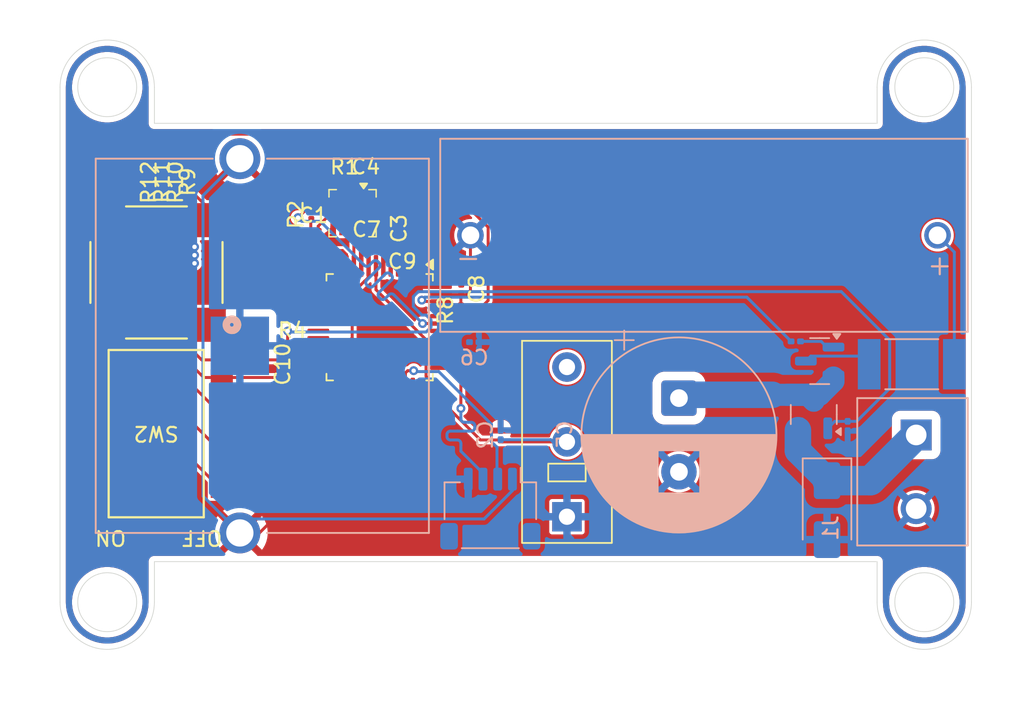
<source format=kicad_pcb>
(kicad_pcb (version 20241229) (generator "pcbnew") (generator_version "9.0")
  (layers (0 "F.Cu" signal) (2 "B.Cu" signal) (13 "F.Paste" user) (15 "B.Paste" user) (5 "F.SilkS" user "F.Silkscreen") (7 "B.SilkS" user "B.Silkscreen") (1 "F.Mask" user) (3 "B.Mask" user) (25 "Edge.Cuts" user))
  (net 0 "")
  (net 1 "+3.3V")
  (net 2 "+3.3VA")
  (net 10 "/SWCLK")
  (net 11 "/SWDIO")
  (net 12 "GND")
  (net 38 "/12v_C5")
  (net 39 "/12v_OUT")
  (net 40 "/12v_R7")
  (net 41 "/12v")
  (net 42 "/BUZ_PWM")
  (net 43 "/GPIO_WKP")
  (net 44 "/I2C_SCL")
  (net 45 "/I2C_SDA")
  (net 46 "/BOOT0")
  (net 47 "/M_PB12")
  (net 48 "/M_PB13")
  (net 49 "/M_PB14")
  (net 50 "/M_PB15")
  (net 51 "/NRST")
  (net 52 "/Charge")
  (net 53 "/Activate")
  (net 54 "/Q1_1")
  (net 55 "/Q2_1")
  (footprint "Resistor_SMD:R_0201_0603Metric" (layer "F.Cu") (at 123.7 97.07 -90)
    (property "Reference" "R6" (hide yes))
    (property "Value" "10k")
  )
  (footprint "Resistor_SMD:R_0201_0603Metric" (layer "F.Cu") (at 113.105 79.9)
    (property "Reference" "R1")
    (property "Value" "10k")
  )
  (footprint "Resistor_SMD:R_0201_0603Metric" (layer "F.Cu") (at 99.675 79.875 -90)
    (property "Reference" "R11")
    (property "Value" "10k")
  )
  (footprint "Capacitor_SMD:C_0201_0603Metric" (layer "F.Cu") (at 111 83.2)
    (property "Reference" "C1")
    (property "Value" "10u")
  )
  (footprint "Resistor_SMD:R_0201_0603Metric" (layer "F.Cu") (at 110.85 82.095 90)
    (property "Reference" "R2")
    (property "Value" "10k")
  )
  (footprint "Resistor_SMD:R_0201_0603Metric" (layer "F.Cu") (at 109.563 90.997)
    (property "Reference" "R4")
    (property "Value" "120R")
  )
  (footprint "Capacitor_SMD:C_0201_0603Metric" (layer "F.Cu") (at 118 95.9 90)
    (property "Reference" "C11" (hide yes))
    (property "Value" "10n")
  )
  (footprint "IMP_LIB:SW_A6S-4101-H_OMR" (layer "F.Cu") (at 100.324999 96.96 180)
    (property "Reference" "SW2")
    (property "Value" "SW_DIP_x04")
  )
  (footprint "IMP_LIB:MLT-8530_JHE" (layer "F.Cu") (at 100.3414 86.02295 180)
    (property "Reference" "BZ1" (hide yes))
    (property "Value" "MLT-8530")
  )
  (footprint "Resistor_SMD:R_0201_0603Metric" (layer "F.Cu") (at 98.775 79.9 -90)
    (property "Reference" "R12")
    (property "Value" "10k")
  )
  (footprint "Resistor_SMD:R_0201_0603Metric" (layer "F.Cu") (at 121 88.595 90)
    (property "Reference" "R8")
    (property "Value" "10k")
  )
  (footprint "Capacitor_SMD:C_0201_0603Metric" (layer "F.Cu") (at 117.025 84.225 180)
    (property "Reference" "C9")
    (property "Value" "100nf")
  )
  (footprint "Capacitor_SMD:C_0201_0603Metric" (layer "F.Cu") (at 115.75 83.045 -90)
    (property "Reference" "C3")
    (property "Value" "100nf")
  )
  (footprint "Capacitor_SMD:C_0201_0603Metric" (layer "F.Cu") (at 117.3 95.9 90)
    (property "Reference" "C12" (hide yes))
    (property "Value" "1u")
  )
  (footprint "Resistor_SMD:R_0201_0603Metric" (layer "F.Cu") (at 100.575 79.9 -90)
    (property "Reference" "R10")
    (property "Value" "10k")
  )
  (footprint "Package_QFP:LQFP-48_7x7mm_P0.5mm" (layer "F.Cu") (at 115.488 89.738 -90)
    (property "Reference" "U1" (hide yes))
    (property "Value" "STM32L051C8T6")
  )
  (footprint "Capacitor_SMD:C_0201_0603Metric" (layer "F.Cu") (at 115.8 95.9 -90)
    (property "Reference" "C13" (hide yes))
    (property "Value" "1u")
  )
  (footprint "Package_LGA:LGA-16_3x3mm_P0.5mm" (layer "F.Cu") (at 113.65 82 -90)
    (property "Reference" "CR1" (hide yes))
    (property "Value" "LIS3DH")
  )
  (footprint "Inductor_SMD:L_0201_0603Metric" (layer "F.Cu") (at 116.55 95.9 -90)
    (property "Reference" "FB1" (hide yes))
    (property "Value" "120R")
  )
  (footprint "Button_Switch_THT:SW_XKB_DM1-16UP-1" (layer "F.Cu") (at 128.2 102.6 90)
    (property "Reference" "SW1" (hide yes))
    (property "Value" "SW_DPST_x2" (hide yes))
  )
  (footprint "Capacitor_SMD:C_0201_0603Metric" (layer "F.Cu") (at 121.025 87.145 -90)
    (property "Reference" "C8")
    (property "Value" "100nf")
  )
  (footprint "Resistor_SMD:R_0201_0603Metric" (layer "F.Cu") (at 101.4 79.875 -90)
    (property "Reference" "R9")
    (property "Value" "10k")
  )
  (footprint "Capacitor_SMD:C_0201_0603Metric" (layer "F.Cu") (at 109.95 92.245 90)
    (property "Reference" "C10")
    (property "Value" "100nf")
  )
  (footprint "Capacitor_SMD:C_0201_0603Metric" (layer "F.Cu") (at 114.545 79.9)
    (property "Reference" "C4")
    (property "Value" "100nf")
  )
  (footprint "Capacitor_SMD:C_0201_0603Metric" (layer "F.Cu") (at 114.6 84.15)
    (property "Reference" "C7")
    (property "Value" "100nf")
  )
  (footprint "Package_TO_SOT_SMD:SOT-23" (layer "B.Cu") (at 145.35 92.0375 180)
    (property "Reference" "Q1" (hide yes))
    (property "Value" "BC847" (hide yes))
  )
  (footprint "Diode_SMD:D_SMA" (layer "B.Cu") (at 145.85 102.15 -90)
    (property "Reference" "D1" (hide yes))
    (property "Value" "1N5824" (hide yes))
  )
  (footprint "Capacitor_THT:CP_Radial_D13.0mm_P5.00mm" (layer "B.Cu") (at 135.8 94.55 -90)
    (property "Reference" "C5")
    (property "Value" "3300u" (hide yes))
  )
  (footprint "Resistor_SMD:R_0201_0603Metric" (layer "B.Cu") (at 147.25 96.445 90)
    (property "Reference" "R5" (hide yes))
    (property "Value" "10k")
  )
  (footprint "Package_TO_SOT_SMD:SOT-23" (layer "B.Cu") (at 144.95 95.6625 90)
    (property "Reference" "Q2" (hide yes))
    (property "Value" "AO3400A" (hide yes))
  )
  (footprint "Connector_JST:JST_SH_SM04B-SRSS-TB_1x04-1MP_P1.00mm_Horizontal" (layer "B.Cu") (at 123 102.05 180)
    (property "Reference" "J2" (hide yes))
    (property "Value" "Holes")
  )
  (footprint "IMP_LIB:HANDSON_KF301-2P" (layer "B.Cu") (at 151.9 99.55 -90)
    (property "Reference" "J1")
    (property "Value" "KF301")
  )
  (footprint "IMP_LIB:RESC6432X90N" (layer "B.Cu") (at 151.6 92.25 180)
    (property "Reference" "R7" (hide yes))
    (property "Value" "240R")
  )
  (footprint "Resistor_SMD:R_0201_0603Metric" (layer "B.Cu") (at 143.73 90.7 180)
    (property "Reference" "R3" (hide yes))
    (property "Value" "120R" (hide yes))
  )
  (footprint "IMP_LIB:BAT_3009" (layer "B.Cu") (at 106 91 90)
    (property "Reference" "BT2" (hide yes))
    (property "Value" "CR2450" (hide yes))
  )
  (footprint "IMP_LIB:BAT_BH23APC" (layer "B.Cu") (at 137.5 83.5 180)
    (property "Reference" "BT1" (hide yes))
    (property "Value" "MN21" (hide yes))
  )
  (footprint "Capacitor_SMD:C_0201_0603Metric" (layer "B.Cu") (at 123.7 97.05 -90)
    (property "Reference" "C2")
    (property "Value" "100nf")
  )
  (footprint "Capacitor_SMD:C_0201_0603Metric" (layer "B.Cu") (at 121.905 90.75)
    (property "Reference" "C6")
    (property "Value" "10u")
  )
  (gr_line (start 149.25 108.4) (end 149.25 105.65) (stroke (width 0.05)) (layer "Edge.Cuts"))
  (gr_line (start 93.8 73.45) (end 93.8 108.4) (stroke (width 0.05)) (layer "Edge.Cuts"))
  (gr_arc (start 155.65 108.4) (mid 152.45 111.6) (end 149.25 108.4) (stroke (width 0.05)) (layer "Edge.Cuts"))
  (gr_line (start 149.25 105.65) (end 100.2 105.65) (stroke (width 0.05)) (layer "Edge.Cuts"))
  (gr_line (start 100.2 73.45) (end 100.2 75.9) (stroke (width 0.05)) (layer "Edge.Cuts"))
  (gr_arc (start 93.8 73.45) (mid 97 70.25) (end 100.2 73.45) (stroke (width 0.05)) (layer "Edge.Cuts"))
  (gr_line (start 149.25 75.9) (end 100.2 75.9) (stroke (width 0.05)) (layer "Edge.Cuts"))
  (gr_circle (center 97 108.4) (end 97 106.4) (stroke (width 0.05)) (fill no) (layer "Edge.Cuts"))
  (gr_circle (center 97 73.45) (end 97 71.45) (stroke (width 0.05)) (fill no) (layer "Edge.Cuts"))
  (gr_circle (center 152.45 108.4) (end 152.45 110.4) (stroke (width 0.05)) (fill no) (layer "Edge.Cuts"))
  (gr_line (start 155.65 108.4) (end 155.65 73.45) (stroke (width 0.05)) (layer "Edge.Cuts"))
  (gr_circle (center 152.45 73.45) (end 152.45 71.45) (stroke (width 0.05)) (fill no) (layer "Edge.Cuts"))
  (gr_arc (start 149.25 73.45) (mid 152.45 70.25) (end 155.65 73.45) (stroke (width 0.05)) (layer "Edge.Cuts"))
  (gr_line (start 100.2 105.65) (end 100.2 108.4) (stroke (width 0.05)) (layer "Edge.Cuts"))
  (gr_line (start 149.25 73.45) (end 149.25 75.9) (stroke (width 0.05)) (layer "Edge.Cuts"))
  (gr_arc (start 100.2 108.4) (mid 97 111.6) (end 93.8 108.4) (stroke (width 0.05)) (layer "Edge.Cuts"))
  (segment (start 114.238 85.5755) (end 114.224 85.5615) (width 0.2) (layer "F.Cu") (net 1))
  (segment (start 110.814 83.066) (end 110.68 83.2) (width 0.2) (layer "F.Cu") (net 1))
  (segment (start 114.225 80) (end 114.3 80.075) (width 0.2) (layer "F.Cu") (net 1))
  (segment (start 112.238 82.9) (end 112.238 83.046516) (width 0.2) (layer "F.Cu") (net 1))
  (segment (start 115.8 95.58) (end 115.448 95.58) (width 0.2) (layer "F.Cu") (net 1))
  (segment (start 115.8 95.58) (end 116.55 95.58) (width 0.2) (layer "F.Cu") (net 1))
  (segment (start 111.2875 92.526) (end 110.025 92.526) (width 0.2) (layer "F.Cu") (net 1))
  (segment (start 111.608516 83.676) (end 110.976 83.676) (width 0.2) (layer "F.Cu") (net 1))
  (segment (start 115.275 82.25) (end 114.925 82.25) (width 0.2) (layer "F.Cu") (net 1))
  (segment (start 117.658824 84.225) (end 118.238 84.804176) (width 0.2) (layer "F.Cu") (net 1))
  (segment (start 111.3255 92.488) (end 111.2875 92.526) (width 0.2) (layer "F.Cu") (net 1))
  (segment (start 110.85 82.415) (end 110.814 82.451) (width 0.2) (layer "F.Cu") (net 1))
  (segment (start 110.976 83.676) (end 110.68 83.38) (width 0.2) (layer "F.Cu") (net 1))
  (segment (start 114.224 85.5615) (end 114.224 84.25) (width 0.2) (layer "F.Cu") (net 1))
  (segment (start 110.814 82.451) (end 110.814 83.066) (width 0.2) (layer "F.Cu") (net 1))
  (segment (start 117.275 84.225) (end 117.658824 84.225) (width 0.2) (layer "F.Cu") (net 1))
  (segment (start 114.263 80.063) (end 114.25 80.05) (width 0.2) (layer "F.Cu") (net 1))
  (segment (start 113.425 80) (end 114.225 80) (width 0.2) (layer "F.Cu") (net 1))
  (segment (start 107.328 103.7) (end 106 103.7) (width 0.2) (layer "F.Cu") (net 1))
  (segment (start 115.448 95.58) (end 107.328 103.7) (width 0.2) (layer "F.Cu") (net 1))
  (segment (start 110.68 83.38) (end 110.68 83.2) (width 0.2) (layer "F.Cu") (net 1))
  (segment (start 115.75 82.725) (end 115.275 82.25) (width 0.2) (layer "F.Cu") (net 1))
  (segment (start 112.238 83.046516) (end 111.608516 83.676) (width 0.2) (layer "F.Cu") (net 1))
  (segment (start 118.238 84.804176) (end 118.238 85.5755) (width 0.2) (layer "F.Cu") (net 1))
  (segment (start 103.5 80.8) (end 103.5 101.2) (width 0.2) (layer "B.Cu") (net 1))
  (segment (start 106.95 102.75) (end 106 103.7) (width 0.2) (layer "B.Cu") (net 1))
  (segment (start 106 78.3) (end 103.5 80.8) (width 0.2) (layer "B.Cu") (net 1))
  (segment (start 124.5 100.05) (end 124.5 100.824999) (width 0.2) (layer "B.Cu") (net 1))
  (segment (start 122.574999 102.75) (end 106.95 102.75) (width 0.2) (layer "B.Cu") (net 1))
  (segment (start 106 103.7) (end 103.5 101.2) (width 0.2) (layer "B.Cu") (net 1))
  (segment (start 124.5 100.824999) (end 122.574999 102.75) (width 0.2) (layer "B.Cu") (net 1))
  (segment (start 118.124516 96.22) (end 118.476 95.868516) (width 0.2) (layer "F.Cu") (net 2))
  (segment (start 118 96.22) (end 118.124516 96.22) (width 0.2) (layer "F.Cu") (net 2))
  (segment (start 116.55 96.22) (end 118 96.22) (width 0.2) (layer "F.Cu") (net 2))
  (segment (start 118.476 94.1385) (end 118.238 93.9005) (width 0.2) (layer "F.Cu") (net 2))
  (segment (start 118.476 95.868516) (end 118.476 94.1385) (width 0.2) (layer "F.Cu") (net 2))
  (segment (start 121.000707 92.950707) (end 120.538 92.488) (width 0.2) (layer "F.Cu") (net 10))
  (segment (start 120.538 92.488) (end 119.6505 92.488) (width 0.2) (layer "F.Cu") (net 10))
  (segment (start 121.000707 95.249293) (end 121.000707 92.950707) (width 0.2) (layer "F.Cu") (net 10))
  (via (at 121.000707 95.249293) (size 0.6) (drill 0.3) (layers "F.Cu" "B.Cu") (net 10))
  (segment (start 120.055395 97.03) (end 120.055395 97.15) (width 0.2) (layer "B.Cu") (net 10))
  (segment (start 120.760707 96.79) (end 120.295395 96.79) (width 0.2) (layer "B.Cu") (net 10))
  (segment (start 121.000707 98.150707) (end 122.5 99.65) (width 0.2) (layer "B.Cu") (net 10))
  (segment (start 121.000707 95.249293) (end 121.000707 95.95) (width 0.2) (layer "B.Cu") (net 10))
  (segment (start 121.706019 96.79) (end 121.240707 96.79) (width 0.2) (layer "B.Cu") (net 10))
  (segment (start 120.295395 97.39) (end 120.760707 97.39) (width 0.2) (layer "B.Cu") (net 10))
  (segment (start 121.946019 96.43) (end 121.946019 96.55) (width 0.2) (layer "B.Cu") (net 10))
  (segment (start 121.240707 96.79) (end 120.760707 96.79) (width 0.2) (layer "B.Cu") (net 10))
  (segment (start 122.5 99.65) (end 122.5 100.05) (width 0.2) (layer "B.Cu") (net 10))
  (segment (start 121.240707 96.19) (end 121.706019 96.19) (width 0.2) (layer "B.Cu") (net 10))
  (segment (start 121.000707 97.75) (end 121.000707 98.150707) (width 0.2) (layer "B.Cu") (net 10))
  (segment (start 121.000707 97.63) (end 121.000707 97.75) (width 0.2) (layer "B.Cu") (net 10))
  (arc (start 121.706019 96.19) (mid 121.875725 96.260294) (end 121.946019 96.43) (width 0.2) (layer "B.Cu") (net 10))
  (arc (start 121.946019 96.55) (mid 121.875725 96.719706) (end 121.706019 96.79) (width 0.2) (layer "B.Cu") (net 10))
  (arc (start 120.760707 97.39) (mid 120.930413 97.460294) (end 121.000707 97.63) (width 0.2) (layer "B.Cu") (net 10))
  (arc (start 120.295395 96.79) (mid 120.125689 96.860294) (end 120.055395 97.03) (width 0.2) (layer "B.Cu") (net 10))
  (arc (start 120.055395 97.15) (mid 120.125689 97.319706) (end 120.295395 97.39) (width 0.2) (layer "B.Cu") (net 10))
  (arc (start 121.000707 95.95) (mid 121.071001 96.119706) (end 121.240707 96.19) (width 0.2) (layer "B.Cu") (net 10))
  (segment (start 117.388 92.688) (end 117.238 92.838) (width 0.2) (layer "F.Cu") (net 11))
  (segment (start 117.796968 92.688) (end 117.388 92.688) (width 0.2) (layer "F.Cu") (net 11))
  (segment (start 117.238 92.838) (end 117.238 93.9005) (width 0.2) (layer "F.Cu") (net 11))
  (via (at 117.796968 92.688) (size 0.6) (drill 0.3) (layers "F.Cu" "B.Cu") (net 11))
  (segment (start 119.5 92.75) (end 123.076 96.326) (width 0.2) (layer "B.Cu") (net 11))
  (segment (start 123.208516 97.658516) (end 123.224 97.658516) (width 0.2) (layer "B.Cu") (net 11))
  (segment (start 123.076 97.526) (end 123.208516 97.658516) (width 0.2) (layer "B.Cu") (net 11))
  (segment (start 123.45 97.876) (end 123.45 100) (width 0.2) (layer "B.Cu") (net 11))
  (segment (start 117.858968 92.75) (end 119.5 92.75) (width 0.2) (layer "B.Cu") (net 11))
  (segment (start 123.076 96.326) (end 123.076 97.526) (width 0.2) (layer "B.Cu") (net 11))
  (segment (start 117.796968 92.688) (end 117.858968 92.75) (width 0.2) (layer "B.Cu") (net 11))
  (segment (start 123.441484 97.876) (end 123.45 97.876) (width 0.2) (layer "B.Cu") (net 11))
  (segment (start 123.224 97.658516) (end 123.441484 97.876) (width 0.2) (layer "B.Cu") (net 11))
  (segment (start 123.45 100) (end 123.5 100.05) (width 0.2) (layer "B.Cu") (net 11))
  (segment (start 116.775 84.225) (end 116.775 83.925) (width 0.2) (layer "F.Cu") (net 12))
  (segment (start 121 87.49) (end 121.025 87.465) (width 0.2) (layer "F.Cu") (net 12))
  (segment (start 98.8 79.625) (end 101.4 79.625) (width 0.2) (layer "F.Cu") (net 12))
  (segment (start 116.775 83.925) (end 116.275 83.425) (width 0.2) (layer "F.Cu") (net 12))
  (segment (start 101.4 79.625) (end 104.3885 76.6365) (width 0.2) (layer "F.Cu") (net 12))
  (segment (start 113.625 87.45) (end 114.461 86.614) (width 0.2) (layer "F.Cu") (net 12))
  (segment (start 101.825 79.625) (end 103.891401 81.691401) (width 0.2) (layer "F.Cu") (net 12))
  (segment (start 102.925 85.4) (end 102.925 84.285584) (width 0.2) (layer "F.Cu") (net 12))
  (segment (start 111.3255 91.988) (end 110.062 91.988) (width 0.2) (layer "F.Cu") (net 12))
  (segment (start 113.625 90.459824) (end 113.625 87.45) (width 0.2) (layer "F.Cu") (net 12))
  (segment (start 111.32 83.2) (end 111.32 82.878) (width 0.2) (layer "F.Cu") (net 12))
  (segment (start 116.275 83.425) (end 115.187 83.425) (width 0.2) (layer "F.Cu") (net 12))
  (segment (start 112.375 81.25) (end 111.85 81.25) (width 0.2) (layer "F.Cu") (net 12))
  (segment (start 114.738 84.531999) (end 114.738 85.5755) (width 0.2) (layer "F.Cu") (net 12))
  (segment (start 111.85 81.25) (end 107.2365 76.6365) (width 0.2) (layer "F.Cu") (net 12))
  (segment (start 104.3885 76.6365) (end 107.2365 76.6365) (width 0.2) (layer "F.Cu") (net 12))
  (segment (start 114.92 83.795) (end 114.4 83.275) (width 0.2) (layer "F.Cu") (net 12))
  (segment (start 121.375 87.525) (end 121.65 87.25) (width 0.2) (layer "F.Cu") (net 12))
  (segment (start 98.775 79.65) (end 98.8 79.625) (width 0.2) (layer "F.Cu") (net 12))
  (segment (start 103.41005 91.955) (end 110 91.955) (width 0.2) (layer "F.Cu") (net 12))
  (segment (start 114.92 84.349999) (end 114.738 84.531999) (width 0.2) (layer "F.Cu") (net 12))
  (segment (start 103.227051 82.472949) (end 103.891401 82.472949) (width 0.2) (layer "F.Cu") (net 12))
  (segment (start 101.4 79.625) (end 101.825 79.625) (width 0.2) (layer "F.Cu") (net 12))
  (segment (start 114.461 86.614) (end 114.470824 86.614) (width 0.2) (layer "F.Cu") (net 12))
  (segment (start 116.75 84.25) (end 116.775 84.225) (width 0.2) (layer "F.Cu") (net 12))
  (segment (start 111.948 82.25) (end 112.375 82.25) (width 0.2) (layer "F.Cu") (net 12))
  (segment (start 121.025 88.151) (end 121.013 88.163) (width 0.2) (layer "F.Cu") (net 12))
  (segment (start 102.459701 91.004651) (end 103.41005 91.955) (width 0.2) (layer "F.Cu") (net 12))
  (segment (start 111.32 82.878) (end 111.948 82.25) (width 0.2) (layer "F.Cu") (net 12))
  (segment (start 102.459701 85.865299) (end 102.459701 91.004651) (width 0.2) (layer "F.Cu") (net 12))
  (segment (start 114.470824 86.614) (end 114.689 86.395824) (width 0.2) (layer "F.Cu") (net 12))
  (segment (start 103.891401 81.691401) (end 103.891401 82.472949) (width 0.2) (layer "F.Cu") (net 12))
  (segment (start 114.689 86.386) (end 114.738 86.337) (width 0.2) (layer "F.Cu") (net 12))
  (segment (start 114.92 83.692) (end 114.92 84.15) (width 0.2) (layer "F.Cu") (net 12))
  (segment (start 121.65 87.25) (end 121.65 83.5) (width 0.2) (layer "F.Cu") (net 12))
  (segment (start 102.925 84.285584) (end 102.925 83.43935) (width 0.2) (layer "F.Cu") (net 12))
  (segment (start 119.6875 87.525) (end 119.6505 87.488) (width 0.2) (layer "F.Cu") (net 12))
  (segment (start 111.3255 91.988) (end 112.096824 91.988) (width 0.2) (layer "F.Cu") (net 12))
  (segment (start 115.187 83.425) (end 114.92 83.692) (width 0.2) (layer "F.Cu") (net 12))
  (segment (start 121.025 87.525) (end 119.6875 87.525) (width 0.2) (layer "F.Cu") (net 12))
  (segment (start 102.925 83.43935) (end 103.891401 82.472949) (width 0.2) (layer "F.Cu") (net 12))
  (segment (start 102.925 85.4) (end 102.459701 85.865299) (width 0.2) (layer "F.Cu") (net 12))
  (segment (start 112.096824 91.988) (end 113.625 90.459824) (width 0.2) (layer "F.Cu") (net 12))
  (segment (start 121.025 87.525) (end 121.375 87.525) (width 0.2) (layer "F.Cu") (net 12))
  (segment (start 114.92 84.15) (end 114.92 84.349999) (width 0.2) (layer "F.Cu") (net 12))
  (segment (start 121 88.275) (end 121 87.49) (width 0.2) (layer "F.Cu") (net 12))
  (segment (start 117.689 94.262) (end 117.738 94.213) (width 0.2) (layer "F.Cu") (net 12))
  (segment (start 114.689 86.395824) (end 114.689 86.386) (width 0.2) (layer "F.Cu") (net 12))
  (segment (start 114.92 84.15) (end 114.92 83.795) (width 0.2) (layer "F.Cu") (net 12))
  (segment (start 117.738 94.213) (end 117.738 93.9005) (width 0.2) (layer "F.Cu") (net 12))
  (segment (start 114.738 86.337) (end 114.738 85.5755) (width 0.2) (layer "F.Cu") (net 12))
  (segment (start 110.062 91.988) (end 110.025 92.025) (width 0.2) (layer "F.Cu") (net 12))
  (via (at 102.925 84.285584) (size 0.6) (drill 0.3) (layers "F.Cu" "B.Cu") (net 12))
  (via (at 102.925 84.85) (size 0.6) (drill 0.3) (layers "F.Cu" "B.Cu") (net 12))
  (via (at 102.925 85.4) (size 0.6) (drill 0.3) (layers "F.Cu" "B.Cu") (net 12))
  (segment (start 102.925 84.85) (end 102.925 84.285584) (width 0.2) (layer "B.Cu") (net 12))
  (segment (start 128.590215 104.075) (end 126.475 101.959785) (width 0.2) (layer "B.Cu") (net 12))
  (segment (start 150.149 95.299) (end 153.651 95.299) (width 0.2) (layer "B.Cu") (net 12))
  (segment (start 153.651 95.299) (end 153.651 100.299) (width 0.2) (layer "B.Cu") (net 12))
  (segment (start 148.678 96.77) (end 150.149 95.299) (width 0.2) (layer "B.Cu") (net 12))
  (segment (start 153.651 100.299) (end 151.9 102.05) (width 0.2) (layer "B.Cu") (net 12))
  (segment (start 147.25 96.77) (end 148.678 96.77) (width 0.2) (layer "B.Cu") (net 12))
  (segment (start 146.2875 93.3875) (end 146.2875 93.151) (width 1.5) (layer "B.Cu") (net 38))
  (segment (start 136.025238 94.324762) (end 142.15 94.324762) (width 1.8) (layer "B.Cu") (net 38))
  (segment (start 135.8 94.55) (end 136.025238 94.324762) (width 1.8) (layer "B.Cu") (net 38))
  (segment (start 144.549762 94.324762) (end 144.95 94.725) (width 1.5) (layer "B.Cu") (net 38))
  (segment (start 145.350238 94.324762) (end 146.2875 93.3875) (width 1.5) (layer "B.Cu") (net 38))
  (segment (start 143.15 94.324762) (end 145.350238 94.324762) (width 1.5) (layer "B.Cu") (net 38))
  (segment (start 142.15 94.324762) (end 144.549762 94.324762) (width 1.5) (layer "B.Cu") (net 38))
  (segment (start 145.85 100.15) (end 148.8 100.15) (width 2) (layer "B.Cu") (net 39))
  (segment (start 148.8 100.15) (end 151.9 97.05) (width 2) (layer "B.Cu") (net 39))
  (segment (start 145.85 100.1) (end 143.874238 98.124238) (width 1.8) (layer "B.Cu") (net 39))
  (segment (start 145.85 100.15) (end 145.85 100.1) (width 1.8) (layer "B.Cu") (net 39))
  (segment (start 143.874238 98.124238) (end 143.874238 96.725762) (width 1.8) (layer "B.Cu") (net 39))
  (segment (start 144.4125 92.0375) (end 144.75 91.7) (width 0.2) (layer "B.Cu") (net 40))
  (segment (start 148.31 91.7) (end 148.86 92.25) (width 0.2) (layer "B.Cu") (net 40))
  (segment (start 144.75 91.7) (end 148.31 91.7) (width 0.2) (layer "B.Cu") (net 40))
  (segment (start 154.49 84.64) (end 154.49 92.25) (width 0.2) (layer "B.Cu") (net 41))
  (segment (start 153.35 83.5) (end 154.49 84.64) (width 0.2) (layer "B.Cu") (net 41))
  (segment (start 108.927352 84.537) (end 103.891401 89.572951) (width 0.2) (layer "F.Cu") (net 42))
  (segment (start 113.238 84.804176) (end 112.970824 84.537) (width 0.2) (layer "F.Cu") (net 42))
  (segment (start 113.238 85.5755) (end 113.238 84.804176) (width 0.2) (layer "F.Cu") (net 42))
  (segment (start 112.970824 84.537) (end 108.927352 84.537) (width 0.2) (layer "F.Cu") (net 42))
  (segment (start 113.738 83.776) (end 113.9 83.614) (width 0.2) (layer "F.Cu") (net 43))
  (segment (start 113.724 85.5615) (end 113.738 85.5755) (width 0.2) (layer "F.Cu") (net 43))
  (segment (start 113.738 85.5755) (end 113.738 83.776) (width 0.2) (layer "F.Cu") (net 43))
  (segment (start 113.9 83.614) (end 113.9 83.275) (width 0.2) (layer "F.Cu") (net 43))
  (segment (start 112.785 79.765) (end 112.785 79.715) (width 0.2) (layer "F.Cu") (net 44))
  (segment (start 117.74 80.127943) (end 117.74 79.64) (width 0.2) (layer "F.Cu") (net 44))
  (segment (start 117.38 80.367943) (end 117.5 80.367943) (width 0.2) (layer "F.Cu") (net 44))
  (segment (start 112.785 79.715) (end 113.1 79.4) (width 0.2) (layer "F.Cu") (net 44))
  (segment (start 116.78 78.432081) (end 116.9 78.432081) (width 0.2) (layer "F.Cu") (net 44))
  (segment (start 122.851 87.925) (end 120.788 89.988) (width 0.2) (layer "F.Cu") (net 44))
  (segment (start 117.14 79.64) (end 117.14 80.127943) (width 0.2) (layer "F.Cu") (net 44))
  (segment (start 112.9 80.015) (end 112.785 79.9) (width 0.2) (layer "F.Cu") (net 44))
  (segment (start 112.9 80.725) (end 112.9 80.015) (width 0.2) (layer "F.Cu") (net 44))
  (segment (start 122.851 86.027077) (end 122.851 87.925) (width 0.2) (layer "F.Cu") (net 44))
  (segment (start 113.1 79.4) (end 116.3 79.4) (width 0.2) (layer "F.Cu") (net 44))
  (segment (start 116.54 79.16) (end 116.54 78.672081) (width 0.2) (layer "F.Cu") (net 44))
  (segment (start 117.14 78.672081) (end 117.14 79.16) (width 0.2) (layer "F.Cu") (net 44))
  (segment (start 122.851 85.915612) (end 122.851 86.027077) (width 0.2) (layer "F.Cu") (net 44))
  (segment (start 117.98 79.4) (end 118.1 79.4) (width 0.2) (layer "F.Cu") (net 44))
  (segment (start 121.393004 81.493004) (end 122.851 82.951) (width 0.2) (layer "F.Cu") (net 44))
  (segment (start 122.851 82.951) (end 122.851 85.202234) (width 0.2) (layer "F.Cu") (net 44))
  (segment (start 117.14 79.16) (end 117.14 79.64) (width 0.2) (layer "F.Cu") (net 44))
  (segment (start 119.3 79.4) (end 121.393004 81.493004) (width 0.2) (layer "F.Cu") (net 44))
  (segment (start 120.788 89.988) (end 119.6505 89.988) (width 0.2) (layer "F.Cu") (net 44))
  (segment (start 122.851 85.202234) (end 122.851 85.915612) (width 0.2) (layer "F.Cu") (net 44))
  (segment (start 118.1 79.4) (end 119.3 79.4) (width 0.2) (layer "F.Cu") (net 44))
  (arc (start 116.54 78.672081) (mid 116.610294 78.502375) (end 116.78 78.432081) (width 0.2) (layer "F.Cu") (net 44))
  (arc (start 116.3 79.4) (mid 116.469706 79.329706) (end 116.54 79.16) (width 0.2) (layer "F.Cu") (net 44))
  (arc (start 116.9 78.432081) (mid 117.069706 78.502375) (end 117.14 78.672081) (width 0.2) (layer "F.Cu") (net 44))
  (arc (start 117.5 80.367943) (mid 117.669706 80.297649) (end 117.74 80.127943) (width 0.2) (layer "F.Cu") (net 44))
  (arc (start 117.14 80.127943) (mid 117.210294 80.297649) (end 117.38 80.367943) (width 0.2) (layer "F.Cu") (net 44))
  (arc (start 117.74 79.64) (mid 117.810294 79.470294) (end 117.98 79.4) (width 0.2) (layer "F.Cu") (net 44))
  (segment (start 112.358256 81.775) (end 112.359256 81.776) (width 0.2) (layer "F.Cu") (net 45))
  (segment (start 118.4 89.488) (end 119.6505 89.488) (width 0.2) (layer "F.Cu") (net 45))
  (segment (start 110.85 81.775) (end 112.358256 81.775) (width 0.2) (layer "F.Cu") (net 45))
  (segment (start 110.475 81.775) (end 110.85 81.775) (width 0.2) (layer "F.Cu") (net 45))
  (segment (start 110.851 81.874) (end 110.85 81.875) (width 0.2) (layer "F.Cu") (net 45))
  (segment (start 109.95 82.3) (end 110.475 81.775) (width 0.2) (layer "F.Cu") (net 45))
  (via (at 118.4 89.488) (size 0.6) (drill 0.3) (layers "F.Cu" "B.Cu") (net 45))
  (via (at 109.95 82.3) (size 0.6) (drill 0.3) (layers "F.Cu" "B.Cu") (net 45))
  (segment (start 116.535963 87.623963) (end 118.4 89.488) (width 0.2) (layer "B.Cu") (net 45))
  (segment (start 115.867557 87.791737) (end 116.11877 87.540523) (width 0.2) (layer "B.Cu") (net 45))
  (segment (start 115.868455 86.956455) (end 115.701577 87.123332) (width 0.2) (layer "B.Cu") (net 45))
  (segment (start 115.450364 87.708299) (end 115.533802 87.791737) (width 0.2) (layer "B.Cu") (net 45))
  (segment (start 114.615979 86.873914) (end 114.699417 86.957352) (width 0.2) (layer "B.Cu") (net 45))
  (segment (start 116.20309 86.121189) (end 116.286528 86.204627) (width 0.2) (layer "B.Cu") (net 45))
  (segment (start 114.783754 85.538) (end 115.034951 85.286804) (width 0.2) (layer "B.Cu") (net 45))
  (segment (start 115.03407 86.12207) (end 114.615979 86.54016) (width 0.2) (layer "B.Cu") (net 45))
  (segment (start 115.868454 86.956455) (end 115.868455 86.956455) (width 0.2) (layer "B.Cu") (net 45))
  (segment (start 111.462 82.55) (end 114.45 85.538) (width 0.2) (layer "B.Cu") (net 45))
  (segment (start 109.95 82.3) (end 110.2 82.55) (width 0.2) (layer "B.Cu") (net 45))
  (segment (start 115.701577 87.123332) (end 115.450364 87.374545) (width 0.2) (layer "B.Cu") (net 45))
  (segment (start 115.033172 86.957352) (end 115.451262 86.539261) (width 0.2) (layer "B.Cu") (net 45))
  (segment (start 115.451262 86.539261) (end 115.451262 86.539262) (width 0.2) (layer "B.Cu") (net 45))
  (segment (start 115.200946 85.955193) (end 115.034069 86.12207) (width 0.2) (layer "B.Cu") (net 45))
  (segment (start 116.286527 86.538381) (end 115.868454 86.956455) (width 0.2) (layer "B.Cu") (net 45))
  (segment (start 115.452142 85.703996) (end 115.200946 85.955193) (width 0.2) (layer "B.Cu") (net 45))
  (segment (start 115.368705 85.286804) (end 115.452143 85.370242) (width 0.2) (layer "B.Cu") (net 45))
  (segment (start 115.034069 86.12207) (end 115.03407 86.12207) (width 0.2) (layer "B.Cu") (net 45))
  (segment (start 116.452524 87.540523) (end 116.535963 87.623963) (width 0.2) (layer "B.Cu") (net 45))
  (segment (start 115.451262 86.539262) (end 115.869334 86.121187) (width 0.2) (layer "B.Cu") (net 45))
  (segment (start 110.2 82.55) (end 111.462 82.55) (width 0.2) (layer "B.Cu") (net 45))
  (arc (start 114.45 85.538) (mid 114.616877 85.607123) (end 114.783754 85.538) (width 0.2) (layer "B.Cu") (net 45))
  (arc (start 114.615979 86.54016) (mid 114.546856 86.707037) (end 114.615979 86.873914) (width 0.2) (layer "B.Cu") (net 45))
  (arc (start 115.450364 87.374545) (mid 115.381241 87.541422) (end 115.450364 87.708299) (width 0.2) (layer "B.Cu") (net 45))
  (arc (start 115.034951 85.286804) (mid 115.201828 85.217681) (end 115.368705 85.286804) (width 0.2) (layer "B.Cu") (net 45))
  (arc (start 116.11877 87.540523) (mid 116.285647 87.4714) (end 116.452524 87.540523) (width 0.2) (layer "B.Cu") (net 45))
  (arc (start 115.869334 86.121187) (mid 116.036213 86.052066) (end 116.20309 86.121189) (width 0.2) (layer "B.Cu") (net 45))
  (arc (start 116.286528 86.204627) (mid 116.35565 86.371505) (end 116.286527 86.538381) (width 0.2) (layer "B.Cu") (net 45))
  (arc (start 114.699417 86.957352) (mid 114.866295 87.026474) (end 115.033172 86.957352) (width 0.2) (layer "B.Cu") (net 45))
  (arc (start 115.452143 85.370242) (mid 115.521265 85.53712) (end 115.452142 85.703996) (width 0.2) (layer "B.Cu") (net 45))
  (arc (start 115.533802 87.791737) (mid 115.70068 87.860859) (end 115.867557 87.791737) (width 0.2) (layer "B.Cu") (net 45))
  (segment (start 119.6505 88.988) (end 120.927 88.988) (width 0.2) (layer "F.Cu") (net 46))
  (segment (start 120.927 88.988) (end 121 88.915) (width 0.2) (layer "F.Cu") (net 46))
  (segment (start 112.525 93.15) (end 112.738 93.363) (width 0.2) (layer "F.Cu") (net 47))
  (segment (start 104.775 93.15) (end 112.525 93.15) (width 0.2) (layer "F.Cu") (net 47))
  (segment (start 103.55 93.15) (end 101.4 91) (width 0.2) (layer "F.Cu") (net 47))
  (segment (start 101.4 91) (end 101.4 80.125) (width 0.2) (layer "F.Cu") (net 47))
  (segment (start 104.775 93.15) (end 103.55 93.15) (width 0.2) (layer "F.Cu") (net 47))
  (segment (start 112.738 93.363) (end 112.738 93.9005) (width 0.2) (layer "F.Cu") (net 47))
  (segment (start 113.238 94.9199) (end 113.238 93.9005) (width 0.2) (layer "F.Cu") (net 48))
  (segment (start 100.575 91.49) (end 104.775 95.69) (width 0.2) (layer "F.Cu") (net 48))
  (segment (start 104.775 95.69) (end 112.4679 95.69) (width 0.2) (layer "F.Cu") (net 48))
  (segment (start 112.4679 95.69) (end 113.238 94.9199) (width 0.2) (layer "F.Cu") (net 48))
  (segment (start 100.575 80.15) (end 100.575 91.49) (width 0.2) (layer "F.Cu") (net 48))
  (segment (start 113.738 94.987) (end 113.738 93.9005) (width 0.2) (layer "F.Cu") (net 49))
  (segment (start 110.495 98.23) (end 113.738 94.987) (width 0.2) (layer "F.Cu") (net 49))
  (segment (start 99.675 80.125) (end 99.675 93.13) (width 0.2) (layer "F.Cu") (net 49))
  (segment (start 99.675 93.13) (end 104.775 98.23) (width 0.2) (layer "F.Cu") (net 49))
  (segment (start 104.775 98.23) (end 110.495 98.23) (width 0.2) (layer "F.Cu") (net 49))
  (segment (start 114.238 95.137) (end 114.238 93.9005) (width 0.2) (layer "F.Cu") (net 50))
  (segment (start 108.605 100.77) (end 114.238 95.137) (width 0.2) (layer "F.Cu") (net 50))
  (segment (start 104.775 100.77) (end 108.605 100.77) (width 0.2) (layer "F.Cu") (net 50))
  (segment (start 98.775 80.15) (end 98.775 94.77) (width 0.2) (layer "F.Cu") (net 50))
  (segment (start 98.775 94.77) (end 104.775 100.77) (width 0.2) (layer "F.Cu") (net 50))
  (segment (start 118.664 91.238532) (end 118.664 91.237468) (width 0.2) (layer "F.Cu") (net 51))
  (segment (start 118.637 93.063532) (end 118.637 92.265532) (width 0.2) (layer "F.Cu") (net 51))
  (segment (start 118.664 93.090532) (end 118.637 93.063532) (width 0.2) (layer "F.Cu") (net 51))
  (segment (start 118.664 91.737468) (end 118.637 91.710468) (width 0.2) (layer "F.Cu") (net 51))
  (segment (start 123.7 97.39) (end 122.326826 97.39) (width 0.2) (layer "F.Cu") (net 51))
  (segment (start 118.637 92.210468) (end 118.637 91.765532) (width 0.2) (layer "F.Cu") (net 51))
  (segment (start 122.326826 97.39) (end 118.664 93.727174) (width 0.2) (layer "F.Cu") (net 51))
  (segment (start 118.637 91.265532) (end 118.664 91.238532) (width 0.2) (layer "F.Cu") (net 51))
  (segment (start 118.664 90.738532) (end 118.664 90.737468) (width 0.2) (layer "F.Cu") (net 51))
  (segment (start 118.664 90.737468) (end 118.637 90.710468) (width 0.2) (layer "F.Cu") (net 51))
  (segment (start 123.83 97.52) (end 123.7 97.39) (width 0.2) (layer "F.Cu") (net 51))
  (segment (start 118.637 90.587) (end 115.238 87.188) (width 0.2) (layer "F.Cu") (net 51))
  (segment (start 118.637 90.710468) (end 118.637 90.587) (width 0.2) (layer "F.Cu") (net 51))
  (segment (start 118.664 91.738532) (end 118.664 91.737468) (width 0.2) (layer "F.Cu") (net 51))
  (segment (start 118.637 91.765532) (end 118.664 91.738532) (width 0.2) (layer "F.Cu") (net 51))
  (segment (start 115.238 87.188) (end 115.238 85.5755) (width 0.2) (layer "F.Cu") (net 51))
  (segment (start 118.637 91.210468) (end 118.637 90.765532) (width 0.2) (layer "F.Cu") (net 51))
  (segment (start 118.664 93.727174) (end 118.664 93.090532) (width 0.2) (layer "F.Cu") (net 51))
  (segment (start 118.664 92.237468) (end 118.637 92.210468) (width 0.2) (layer "F.Cu") (net 51))
  (segment (start 127.25 97.52) (end 123.83 97.52) (width 0.2) (layer "F.Cu") (net 51))
  (segment (start 118.664 91.237468) (end 118.637 91.210468) (width 0.2) (layer "F.Cu") (net 51))
  (segment (start 118.637 91.710468) (end 118.637 91.265532) (width 0.2) (layer "F.Cu") (net 51))
  (segment (start 118.637 90.765532) (end 118.664 90.738532) (width 0.2) (layer "F.Cu") (net 51))
  (segment (start 118.664 92.238532) (end 118.664 92.237468) (width 0.2) (layer "F.Cu") (net 51))
  (segment (start 118.637 92.265532) (end 118.664 92.238532) (width 0.2) (layer "F.Cu") (net 51))
  (segment (start 123.7 97.37) (end 127.1 97.37) (width 0.2) (layer "B.Cu") (net 51))
  (segment (start 127.1 97.37) (end 127.25 97.52) (width 0.2) (layer "B.Cu") (net 51))
  (segment (start 119.6505 87.988) (end 118.438 87.988) (width 0.2) (layer "F.Cu") (net 52))
  (segment (start 118.438 87.988) (end 118.35 87.9) (width 0.2) (layer "F.Cu") (net 52))
  (via (at 118.35 87.9) (size 0.6) (drill 0.3) (layers "F.Cu" "B.Cu") (net 52))
  (segment (start 143.41 90.7) (end 140.41 87.7) (width 0.2) (layer "B.Cu") (net 52))
  (segment (start 118.55 87.7) (end 118.35 87.9) (width 0.2) (layer "B.Cu") (net 52))
  (segment (start 140.41 87.7) (end 118.55 87.7) (width 0.2) (layer "B.Cu") (net 52))
  (segment (start 111.3255 90.988) (end 109.822 90.988) (width 0.2) (layer "F.Cu") (net 53))
  (segment (start 145.8375 91.0875) (end 145.45 90.7) (width 0.2) (layer "B.Cu") (net 54))
  (segment (start 146.2875 91.0875) (end 145.8375 91.0875) (width 0.2) (layer "B.Cu") (net 54))
  (segment (start 145.45 90.7) (end 144.05 90.7) (width 0.2) (layer "B.Cu") (net 54))
  (segment (start 109.243 90.997) (end 109.243 90.007) (width 0.2) (layer "F.Cu") (net 55))
  (segment (start 109.243 90.007) (end 109.25 90) (width 0.2) (layer "F.Cu") (net 55))
  (via (at 109.25 90) (size 0.6) (drill 0.3) (layers "F.Cu" "B.Cu") (net 55))
  (segment (start 118.355744 88.912) (end 118.638588 88.912) (width 0.2) (layer "B.Cu") (net 55))
  (segment (start 118.638588 90.064) (end 109.314 90.064) (width 0.2) (layer "B.Cu") (net 55))
  (segment (start 117.774 87.661412) (end 117.774 88.330256) (width 0.2) (layer "B.Cu") (net 55))
  (segment (start 146.816 87.324) (end 118.111412 87.324) (width 0.2) (layer "B.Cu") (net 55))
  (segment (start 118.976 89.249412) (end 118.976 89.726588) (width 0.2) (layer "B.Cu") (net 55))
  (segment (start 118.976 89.726588) (end 118.638588 90.064) (width 0.2) (layer "B.Cu") (net 55))
  (segment (start 146.37 96.13) (end 145.9 96.6) (width 0.2) (layer "B.Cu") (net 55))
  (segment (start 118.111412 87.324) (end 117.774 87.661412) (width 0.2) (layer "B.Cu") (net 55))
  (segment (start 109.314 90.064) (end 109.25 90) (width 0.2) (layer "B.Cu") (net 55))
  (segment (start 150.1 93.892) (end 150.1 90.608) (width 0.2) (layer "B.Cu") (net 55))
  (segment (start 147.25 96.125) (end 147.867 96.125) (width 0.2) (layer "B.Cu") (net 55))
  (segment (start 117.774 88.330256) (end 118.355744 88.912) (width 0.2) (layer "B.Cu") (net 55))
  (segment (start 118.638588 88.912) (end 118.976 89.249412) (width 0.2) (layer "B.Cu") (net 55))
  (segment (start 150.1 90.608) (end 146.816 87.324) (width 0.2) (layer "B.Cu") (net 55))
  (segment (start 147.867 96.125) (end 150.1 93.892) (width 0.2) (layer "B.Cu") (net 55))
  (segment (start 147.25 96.13) (end 146.37 96.13) (width 0.2) (layer "B.Cu") (net 55))
  (zone (net 1) (net_name "+3.3V") (layer "F.Cu") (priority 3) (connect_pads (clearance 0.2)) (min_thickness 0.15) (fill yes (thermal_gap 0.5) (thermal_bridge_width 0.5))
    (polygon (pts (xy 91.45 68.175) (xy 91.45 113.925) (xy 91.725 114.2) (xy 158 114.2) (xy 158.25 113.95) (xy 158.25 67.531317) (xy 158.25 67.531317)))
  )
  (zone (net 12) (net_name "GND") (layer "B.Cu") (connect_pads (clearance 0.3)) (min_thickness 0.25) (fill yes (thermal_gap 0.5) (thermal_bridge_width 0.5))
    (polygon (pts (xy 92.457297 68.468159) (xy 92.160158 115.45) (xy 158.732889 115.45) (xy 159.229407 68.843284)))
  )
)
</source>
